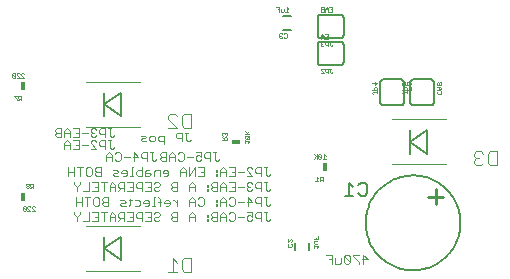
<source format=gbo>
G75*
G70*
%OFA0B0*%
%FSLAX24Y24*%
%IPPOS*%
%LPD*%
%AMOC8*
5,1,8,0,0,1.08239X$1,22.5*
%
%ADD10C,0.0030*%
%ADD11C,0.0040*%
%ADD12C,0.0080*%
%ADD13C,0.0010*%
%ADD14C,0.0060*%
%ADD15R,0.0180X0.0300*%
%ADD16R,0.0300X0.0180*%
%ADD17C,0.0100*%
%ADD18C,0.0070*%
D10*
X002855Y002621D02*
X002855Y002766D01*
X002758Y002863D01*
X002758Y002911D01*
X002855Y002766D02*
X002951Y002863D01*
X002951Y002911D01*
X003000Y003121D02*
X003000Y003411D01*
X003102Y003411D02*
X003295Y003411D01*
X003198Y003411D02*
X003198Y003121D01*
X003396Y003169D02*
X003396Y003363D01*
X003445Y003411D01*
X003541Y003411D01*
X003590Y003363D01*
X003590Y003169D01*
X003541Y003121D01*
X003445Y003121D01*
X003396Y003169D01*
X003691Y003169D02*
X003739Y003121D01*
X003884Y003121D01*
X003884Y003411D01*
X003739Y003411D01*
X003691Y003363D01*
X003691Y003314D01*
X003739Y003266D01*
X003884Y003266D01*
X003739Y003266D02*
X003691Y003218D01*
X003691Y003169D01*
X003739Y002911D02*
X003739Y002621D01*
X003936Y002621D02*
X003936Y002814D01*
X004033Y002911D01*
X004130Y002814D01*
X004130Y002621D01*
X004231Y002621D02*
X004328Y002718D01*
X004279Y002718D02*
X004425Y002718D01*
X004425Y002621D02*
X004425Y002911D01*
X004279Y002911D01*
X004231Y002863D01*
X004231Y002766D01*
X004279Y002718D01*
X004130Y002766D02*
X003936Y002766D01*
X003835Y002911D02*
X003642Y002911D01*
X003541Y002911D02*
X003541Y002621D01*
X003347Y002621D01*
X003246Y002621D02*
X003052Y002621D01*
X003246Y002621D02*
X003246Y002911D01*
X003347Y002911D02*
X003541Y002911D01*
X003541Y002766D02*
X003444Y002766D01*
X002807Y003121D02*
X002807Y003411D01*
X002807Y003266D02*
X003000Y003266D01*
X003052Y003621D02*
X003246Y003621D01*
X003246Y003911D01*
X003347Y003911D02*
X003541Y003911D01*
X003541Y003621D01*
X003347Y003621D01*
X003444Y003766D02*
X003541Y003766D01*
X003739Y003621D02*
X003739Y003911D01*
X003835Y003911D02*
X003642Y003911D01*
X003936Y003814D02*
X003936Y003621D01*
X003936Y003766D02*
X004130Y003766D01*
X004130Y003814D02*
X004130Y003621D01*
X004231Y003621D02*
X004328Y003718D01*
X004279Y003718D02*
X004425Y003718D01*
X004425Y003621D02*
X004425Y003911D01*
X004279Y003911D01*
X004231Y003863D01*
X004231Y003766D01*
X004279Y003718D01*
X004130Y003814D02*
X004033Y003911D01*
X003936Y003814D01*
X004083Y004121D02*
X004035Y004169D01*
X004083Y004218D01*
X004180Y004218D01*
X004228Y004266D01*
X004180Y004314D01*
X004035Y004314D01*
X004083Y004121D02*
X004228Y004121D01*
X004329Y004218D02*
X004523Y004218D01*
X004523Y004266D02*
X004474Y004314D01*
X004378Y004314D01*
X004329Y004266D01*
X004329Y004218D01*
X004378Y004121D02*
X004474Y004121D01*
X004523Y004169D01*
X004523Y004266D01*
X004622Y004121D02*
X004719Y004121D01*
X004671Y004121D02*
X004671Y004411D01*
X004719Y004411D01*
X004820Y004266D02*
X004869Y004314D01*
X005014Y004314D01*
X005014Y004411D02*
X005014Y004121D01*
X004869Y004121D01*
X004820Y004169D01*
X004820Y004266D01*
X005115Y004266D02*
X005115Y004121D01*
X005260Y004121D01*
X005308Y004169D01*
X005260Y004218D01*
X005115Y004218D01*
X005115Y004266D02*
X005163Y004314D01*
X005260Y004314D01*
X005410Y004266D02*
X005410Y004121D01*
X005410Y004266D02*
X005458Y004314D01*
X005603Y004314D01*
X005603Y004121D01*
X005704Y004218D02*
X005898Y004218D01*
X005898Y004266D02*
X005849Y004314D01*
X005753Y004314D01*
X005704Y004266D01*
X005704Y004218D01*
X005753Y004121D02*
X005849Y004121D01*
X005898Y004169D01*
X005898Y004266D01*
X006294Y004266D02*
X006487Y004266D01*
X006487Y004314D02*
X006390Y004411D01*
X006294Y004314D01*
X006294Y004121D01*
X006487Y004121D02*
X006487Y004314D01*
X006588Y004411D02*
X006588Y004121D01*
X006782Y004411D01*
X006782Y004121D01*
X006883Y004121D02*
X007076Y004121D01*
X007076Y004411D01*
X006883Y004411D01*
X006980Y004266D02*
X007076Y004266D01*
X007470Y004266D02*
X007518Y004266D01*
X007518Y004314D01*
X007470Y004314D01*
X007470Y004266D01*
X007470Y004169D02*
X007470Y004121D01*
X007518Y004121D01*
X007518Y004169D01*
X007470Y004169D01*
X007619Y004121D02*
X007619Y004314D01*
X007716Y004411D01*
X007813Y004314D01*
X007813Y004121D01*
X007914Y004121D02*
X008108Y004121D01*
X008108Y004411D01*
X007914Y004411D01*
X008011Y004266D02*
X008108Y004266D01*
X008209Y004266D02*
X008402Y004266D01*
X008503Y004314D02*
X008503Y004363D01*
X008552Y004411D01*
X008649Y004411D01*
X008697Y004363D01*
X008798Y004363D02*
X008798Y004266D01*
X008846Y004218D01*
X008992Y004218D01*
X008992Y004121D02*
X008992Y004411D01*
X008846Y004411D01*
X008798Y004363D01*
X008697Y004121D02*
X008503Y004314D01*
X008503Y004121D02*
X008697Y004121D01*
X008649Y003911D02*
X008552Y003911D01*
X008503Y003863D01*
X008503Y003814D01*
X008552Y003766D01*
X008503Y003718D01*
X008503Y003669D01*
X008552Y003621D01*
X008649Y003621D01*
X008697Y003669D01*
X008600Y003766D02*
X008552Y003766D01*
X008402Y003766D02*
X008209Y003766D01*
X008108Y003766D02*
X008011Y003766D01*
X008108Y003621D02*
X007914Y003621D01*
X007813Y003621D02*
X007813Y003814D01*
X007716Y003911D01*
X007619Y003814D01*
X007619Y003621D01*
X007518Y003621D02*
X007373Y003621D01*
X007325Y003669D01*
X007325Y003718D01*
X007373Y003766D01*
X007518Y003766D01*
X007619Y003766D02*
X007813Y003766D01*
X007914Y003911D02*
X008108Y003911D01*
X008108Y003621D01*
X008059Y003411D02*
X008108Y003363D01*
X008108Y003169D01*
X008059Y003121D01*
X007962Y003121D01*
X007914Y003169D01*
X007813Y003121D02*
X007813Y003314D01*
X007716Y003411D01*
X007619Y003314D01*
X007619Y003121D01*
X007518Y003121D02*
X007518Y003169D01*
X007470Y003169D01*
X007470Y003121D01*
X007518Y003121D01*
X007518Y003266D02*
X007518Y003314D01*
X007470Y003314D01*
X007470Y003266D01*
X007518Y003266D01*
X007619Y003266D02*
X007813Y003266D01*
X007914Y003363D02*
X007962Y003411D01*
X008059Y003411D01*
X008209Y003266D02*
X008402Y003266D01*
X008503Y003266D02*
X008697Y003266D01*
X008552Y003411D01*
X008552Y003121D01*
X008503Y002911D02*
X008697Y002911D01*
X008697Y002766D01*
X008600Y002814D01*
X008552Y002814D01*
X008503Y002766D01*
X008503Y002669D01*
X008552Y002621D01*
X008649Y002621D01*
X008697Y002669D01*
X008798Y002766D02*
X008846Y002718D01*
X008992Y002718D01*
X008992Y002621D02*
X008992Y002911D01*
X008846Y002911D01*
X008798Y002863D01*
X008798Y002766D01*
X009093Y002911D02*
X009189Y002911D01*
X009141Y002911D02*
X009141Y002669D01*
X009189Y002621D01*
X009238Y002621D01*
X009286Y002669D01*
X009238Y003121D02*
X009189Y003121D01*
X009141Y003169D01*
X009141Y003411D01*
X009189Y003411D02*
X009093Y003411D01*
X008992Y003411D02*
X008846Y003411D01*
X008798Y003363D01*
X008798Y003266D01*
X008846Y003218D01*
X008992Y003218D01*
X008992Y003121D02*
X008992Y003411D01*
X008992Y003621D02*
X008992Y003911D01*
X008846Y003911D01*
X008798Y003863D01*
X008798Y003766D01*
X008846Y003718D01*
X008992Y003718D01*
X009141Y003669D02*
X009141Y003911D01*
X009189Y003911D02*
X009093Y003911D01*
X009189Y004121D02*
X009141Y004169D01*
X009141Y004411D01*
X009189Y004411D02*
X009093Y004411D01*
X009189Y004121D02*
X009238Y004121D01*
X009286Y004169D01*
X008697Y003863D02*
X008649Y003911D01*
X009141Y003669D02*
X009189Y003621D01*
X009238Y003621D01*
X009286Y003669D01*
X009286Y003169D02*
X009238Y003121D01*
X008402Y002766D02*
X008209Y002766D01*
X008108Y002669D02*
X008059Y002621D01*
X007962Y002621D01*
X007914Y002669D01*
X007813Y002621D02*
X007813Y002814D01*
X007716Y002911D01*
X007619Y002814D01*
X007619Y002621D01*
X007518Y002621D02*
X007373Y002621D01*
X007325Y002669D01*
X007325Y002718D01*
X007373Y002766D01*
X007518Y002766D01*
X007619Y002766D02*
X007813Y002766D01*
X007914Y002863D02*
X007962Y002911D01*
X008059Y002911D01*
X008108Y002863D01*
X008108Y002669D01*
X007518Y002621D02*
X007518Y002911D01*
X007373Y002911D01*
X007325Y002863D01*
X007325Y002814D01*
X007373Y002766D01*
X007224Y002766D02*
X007224Y002814D01*
X007175Y002814D01*
X007175Y002766D01*
X007224Y002766D01*
X007224Y002669D02*
X007224Y002621D01*
X007175Y002621D01*
X007175Y002669D01*
X007224Y002669D01*
X006782Y002621D02*
X006782Y002814D01*
X006685Y002911D01*
X006588Y002814D01*
X006588Y002621D01*
X006588Y002766D02*
X006782Y002766D01*
X006782Y003121D02*
X006782Y003314D01*
X006685Y003411D01*
X006588Y003314D01*
X006588Y003121D01*
X006883Y003169D02*
X006931Y003121D01*
X007028Y003121D01*
X007076Y003169D01*
X007076Y003363D01*
X007028Y003411D01*
X006931Y003411D01*
X006883Y003363D01*
X006782Y003266D02*
X006588Y003266D01*
X006588Y003621D02*
X006588Y003814D01*
X006685Y003911D01*
X006782Y003814D01*
X006782Y003621D01*
X006782Y003766D02*
X006588Y003766D01*
X006192Y003766D02*
X006047Y003766D01*
X005999Y003718D01*
X005999Y003669D01*
X006047Y003621D01*
X006192Y003621D01*
X006192Y003911D01*
X006047Y003911D01*
X005999Y003863D01*
X005999Y003814D01*
X006047Y003766D01*
X005603Y003814D02*
X005555Y003766D01*
X005458Y003766D01*
X005410Y003718D01*
X005410Y003669D01*
X005458Y003621D01*
X005555Y003621D01*
X005603Y003669D01*
X005308Y003621D02*
X005115Y003621D01*
X005014Y003621D02*
X005014Y003911D01*
X004869Y003911D01*
X004820Y003863D01*
X004820Y003766D01*
X004869Y003718D01*
X005014Y003718D01*
X005212Y003766D02*
X005308Y003766D01*
X005410Y003863D02*
X005458Y003911D01*
X005555Y003911D01*
X005603Y003863D01*
X005603Y003814D01*
X005308Y003911D02*
X005308Y003621D01*
X005407Y003411D02*
X005407Y003121D01*
X005359Y003121D02*
X005456Y003121D01*
X005604Y003121D02*
X005604Y003363D01*
X005556Y003411D01*
X005456Y003411D02*
X005407Y003411D01*
X005259Y003266D02*
X005211Y003314D01*
X005114Y003314D01*
X005066Y003266D01*
X005066Y003218D01*
X005259Y003218D01*
X005259Y003266D02*
X005259Y003169D01*
X005211Y003121D01*
X005114Y003121D01*
X004965Y003169D02*
X004916Y003121D01*
X004771Y003121D01*
X004622Y003169D02*
X004573Y003121D01*
X004622Y003169D02*
X004622Y003363D01*
X004670Y003314D02*
X004573Y003314D01*
X004474Y003266D02*
X004425Y003218D01*
X004329Y003218D01*
X004280Y003169D01*
X004329Y003121D01*
X004474Y003121D01*
X004474Y003266D02*
X004425Y003314D01*
X004280Y003314D01*
X004526Y003621D02*
X004719Y003621D01*
X004719Y003911D01*
X004526Y003911D01*
X004622Y003766D02*
X004719Y003766D01*
X005115Y003911D02*
X005308Y003911D01*
X005556Y003266D02*
X005652Y003266D01*
X005753Y003266D02*
X005753Y003218D01*
X005947Y003218D01*
X005947Y003266D02*
X005947Y003169D01*
X005899Y003121D01*
X005802Y003121D01*
X005753Y003266D02*
X005802Y003314D01*
X005899Y003314D01*
X005947Y003266D01*
X006047Y003314D02*
X006096Y003314D01*
X006192Y003218D01*
X006192Y003314D02*
X006192Y003121D01*
X006192Y002911D02*
X006047Y002911D01*
X005999Y002863D01*
X005999Y002814D01*
X006047Y002766D01*
X006192Y002766D01*
X006047Y002766D02*
X005999Y002718D01*
X005999Y002669D01*
X006047Y002621D01*
X006192Y002621D01*
X006192Y002911D01*
X005603Y002863D02*
X005603Y002814D01*
X005555Y002766D01*
X005458Y002766D01*
X005410Y002718D01*
X005410Y002669D01*
X005458Y002621D01*
X005555Y002621D01*
X005603Y002669D01*
X005308Y002621D02*
X005115Y002621D01*
X005014Y002621D02*
X005014Y002911D01*
X004869Y002911D01*
X004820Y002863D01*
X004820Y002766D01*
X004869Y002718D01*
X005014Y002718D01*
X005212Y002766D02*
X005308Y002766D01*
X005410Y002863D02*
X005458Y002911D01*
X005555Y002911D01*
X005603Y002863D01*
X005308Y002911D02*
X005308Y002621D01*
X005308Y002911D02*
X005115Y002911D01*
X004719Y002911D02*
X004719Y002621D01*
X004526Y002621D01*
X004622Y002766D02*
X004719Y002766D01*
X004719Y002911D02*
X004526Y002911D01*
X004965Y003169D02*
X004965Y003266D01*
X004916Y003314D01*
X004771Y003314D01*
X003639Y004121D02*
X003494Y004121D01*
X003445Y004169D01*
X003445Y004218D01*
X003494Y004266D01*
X003639Y004266D01*
X003639Y004121D02*
X003639Y004411D01*
X003494Y004411D01*
X003445Y004363D01*
X003445Y004314D01*
X003494Y004266D01*
X003344Y004169D02*
X003296Y004121D01*
X003199Y004121D01*
X003151Y004169D01*
X003151Y004363D01*
X003199Y004411D01*
X003296Y004411D01*
X003344Y004363D01*
X003344Y004169D01*
X003050Y004411D02*
X002856Y004411D01*
X002953Y004411D02*
X002953Y004121D01*
X002755Y004121D02*
X002755Y004411D01*
X002755Y004266D02*
X002561Y004266D01*
X002561Y004411D02*
X002561Y004121D01*
X002758Y003911D02*
X002758Y003863D01*
X002855Y003766D01*
X002855Y003621D01*
X002855Y003766D02*
X002951Y003863D01*
X002951Y003911D01*
X003819Y004621D02*
X003819Y004814D01*
X003916Y004911D01*
X004013Y004814D01*
X004013Y004621D01*
X004114Y004669D02*
X004162Y004621D01*
X004259Y004621D01*
X004308Y004669D01*
X004308Y004863D01*
X004259Y004911D01*
X004162Y004911D01*
X004114Y004863D01*
X004013Y004766D02*
X003819Y004766D01*
X003792Y005021D02*
X003792Y005311D01*
X003646Y005311D01*
X003598Y005263D01*
X003598Y005166D01*
X003646Y005118D01*
X003792Y005118D01*
X003941Y005069D02*
X003941Y005311D01*
X003989Y005311D02*
X003893Y005311D01*
X003989Y005421D02*
X003941Y005469D01*
X003941Y005711D01*
X003989Y005711D02*
X003893Y005711D01*
X003792Y005711D02*
X003646Y005711D01*
X003598Y005663D01*
X003598Y005566D01*
X003646Y005518D01*
X003792Y005518D01*
X003792Y005421D02*
X003792Y005711D01*
X003497Y005663D02*
X003449Y005711D01*
X003352Y005711D01*
X003303Y005663D01*
X003303Y005614D01*
X003352Y005566D01*
X003303Y005518D01*
X003303Y005469D01*
X003352Y005421D01*
X003449Y005421D01*
X003497Y005469D01*
X003400Y005566D02*
X003352Y005566D01*
X003202Y005566D02*
X003009Y005566D01*
X002908Y005566D02*
X002811Y005566D01*
X002908Y005421D02*
X002714Y005421D01*
X002613Y005421D02*
X002613Y005614D01*
X002516Y005711D01*
X002419Y005614D01*
X002419Y005421D01*
X002318Y005421D02*
X002173Y005421D01*
X002125Y005469D01*
X002125Y005518D01*
X002173Y005566D01*
X002318Y005566D01*
X002419Y005566D02*
X002613Y005566D01*
X002318Y005421D02*
X002318Y005711D01*
X002173Y005711D01*
X002125Y005663D01*
X002125Y005614D01*
X002173Y005566D01*
X002516Y005311D02*
X002419Y005214D01*
X002419Y005021D01*
X002613Y005021D02*
X002613Y005214D01*
X002516Y005311D01*
X002613Y005166D02*
X002419Y005166D01*
X002714Y005021D02*
X002908Y005021D01*
X002908Y005311D01*
X002714Y005311D01*
X002811Y005166D02*
X002908Y005166D01*
X003009Y005166D02*
X003202Y005166D01*
X003303Y005214D02*
X003303Y005263D01*
X003352Y005311D01*
X003449Y005311D01*
X003497Y005263D01*
X003303Y005214D02*
X003497Y005021D01*
X003303Y005021D01*
X003941Y005069D02*
X003989Y005021D01*
X004038Y005021D01*
X004086Y005069D01*
X004038Y005421D02*
X003989Y005421D01*
X004038Y005421D02*
X004086Y005469D01*
X004752Y004911D02*
X004897Y004766D01*
X004703Y004766D01*
X004602Y004766D02*
X004409Y004766D01*
X004752Y004621D02*
X004752Y004911D01*
X004998Y004863D02*
X004998Y004766D01*
X005046Y004718D01*
X005192Y004718D01*
X005192Y004621D02*
X005192Y004911D01*
X005046Y004911D01*
X004998Y004863D01*
X005293Y004911D02*
X005389Y004911D01*
X005341Y004911D02*
X005341Y004669D01*
X005389Y004621D01*
X005438Y004621D01*
X005486Y004669D01*
X005625Y004669D02*
X005673Y004621D01*
X005818Y004621D01*
X005818Y004911D01*
X005673Y004911D01*
X005625Y004863D01*
X005625Y004814D01*
X005673Y004766D01*
X005818Y004766D01*
X005919Y004766D02*
X006113Y004766D01*
X006113Y004814D02*
X006016Y004911D01*
X005919Y004814D01*
X005919Y004621D01*
X006113Y004621D02*
X006113Y004814D01*
X006214Y004863D02*
X006262Y004911D01*
X006359Y004911D01*
X006408Y004863D01*
X006408Y004669D01*
X006359Y004621D01*
X006262Y004621D01*
X006214Y004669D01*
X006509Y004766D02*
X006702Y004766D01*
X006803Y004766D02*
X006803Y004669D01*
X006852Y004621D01*
X006949Y004621D01*
X006997Y004669D01*
X006997Y004766D02*
X006900Y004814D01*
X006852Y004814D01*
X006803Y004766D01*
X006803Y004911D02*
X006997Y004911D01*
X006997Y004766D01*
X007098Y004766D02*
X007146Y004718D01*
X007292Y004718D01*
X007292Y004621D02*
X007292Y004911D01*
X007146Y004911D01*
X007098Y004863D01*
X007098Y004766D01*
X007393Y004911D02*
X007489Y004911D01*
X007441Y004911D02*
X007441Y004669D01*
X007489Y004621D01*
X007538Y004621D01*
X007586Y004669D01*
X007619Y004266D02*
X007813Y004266D01*
X007518Y003911D02*
X007373Y003911D01*
X007325Y003863D01*
X007325Y003814D01*
X007373Y003766D01*
X007224Y003766D02*
X007224Y003814D01*
X007175Y003814D01*
X007175Y003766D01*
X007224Y003766D01*
X007224Y003669D02*
X007224Y003621D01*
X007175Y003621D01*
X007175Y003669D01*
X007224Y003669D01*
X007518Y003621D02*
X007518Y003911D01*
X005673Y004766D02*
X005625Y004718D01*
X005625Y004669D01*
X005752Y005174D02*
X005752Y005464D01*
X005607Y005464D01*
X005559Y005416D01*
X005559Y005319D01*
X005607Y005271D01*
X005752Y005271D01*
X005458Y005319D02*
X005458Y005416D01*
X005409Y005464D01*
X005312Y005464D01*
X005264Y005416D01*
X005264Y005319D01*
X005312Y005271D01*
X005409Y005271D01*
X005458Y005319D01*
X005163Y005271D02*
X005018Y005271D01*
X004969Y005319D01*
X005018Y005368D01*
X005115Y005368D01*
X005163Y005416D01*
X005115Y005464D01*
X004969Y005464D01*
X006148Y005416D02*
X006196Y005368D01*
X006342Y005368D01*
X006342Y005271D02*
X006342Y005561D01*
X006196Y005561D01*
X006148Y005513D01*
X006148Y005416D01*
X006443Y005561D02*
X006539Y005561D01*
X006491Y005561D02*
X006491Y005319D01*
X006539Y005271D01*
X006588Y005271D01*
X006636Y005319D01*
X002908Y005421D02*
X002908Y005711D01*
X002714Y005711D01*
X011164Y001486D02*
X011358Y001486D01*
X011358Y001196D01*
X011459Y001196D02*
X011459Y001389D01*
X011358Y001341D02*
X011261Y001341D01*
X011459Y001196D02*
X011604Y001196D01*
X011652Y001244D01*
X011652Y001389D01*
X011753Y001438D02*
X011802Y001486D01*
X011899Y001486D01*
X011947Y001438D01*
X011947Y001244D01*
X011753Y001438D01*
X011753Y001244D01*
X011802Y001196D01*
X011899Y001196D01*
X011947Y001244D01*
X012048Y001438D02*
X012242Y001244D01*
X012242Y001196D01*
X012391Y001196D02*
X012391Y001486D01*
X012536Y001341D01*
X012343Y001341D01*
X012048Y001438D02*
X012048Y001486D01*
X012242Y001486D01*
D11*
X004941Y000956D02*
X003161Y000956D01*
X003161Y002456D02*
X004941Y002456D01*
X006038Y001386D02*
X006038Y000926D01*
X005885Y000926D02*
X006192Y000926D01*
X006345Y001003D02*
X006345Y001310D01*
X006422Y001386D01*
X006652Y001386D01*
X006652Y000926D01*
X006422Y000926D01*
X006345Y001003D01*
X006192Y001233D02*
X006038Y001386D01*
X013361Y004506D02*
X015141Y004506D01*
X016085Y004553D02*
X016161Y004476D01*
X016315Y004476D01*
X016392Y004553D01*
X016545Y004553D02*
X016545Y004860D01*
X016622Y004936D01*
X016852Y004936D01*
X016852Y004476D01*
X016622Y004476D01*
X016545Y004553D01*
X016238Y004706D02*
X016161Y004706D01*
X016085Y004629D01*
X016085Y004553D01*
X016161Y004706D02*
X016085Y004783D01*
X016085Y004860D01*
X016161Y004936D01*
X016315Y004936D01*
X016392Y004860D01*
X015141Y006006D02*
X013361Y006006D01*
X006652Y006186D02*
X006652Y005726D01*
X006422Y005726D01*
X006345Y005803D01*
X006345Y006110D01*
X006422Y006186D01*
X006652Y006186D01*
X006192Y006110D02*
X006115Y006186D01*
X005961Y006186D01*
X005885Y006110D01*
X005885Y006033D01*
X006192Y005726D01*
X005885Y005726D01*
X004941Y005756D02*
X003161Y005756D01*
X003161Y007256D02*
X004941Y007256D01*
D12*
X004304Y006900D02*
X004304Y006112D01*
X003764Y006506D01*
X004304Y006900D01*
X003764Y006900D02*
X003764Y006112D01*
X003764Y002100D02*
X003764Y001312D01*
X003764Y001706D02*
X004304Y001312D01*
X004304Y002100D01*
X003764Y001706D01*
X012470Y002556D02*
X012472Y002635D01*
X012478Y002715D01*
X012488Y002794D01*
X012502Y002872D01*
X012520Y002949D01*
X012541Y003026D01*
X012567Y003101D01*
X012596Y003175D01*
X012629Y003247D01*
X012666Y003318D01*
X012706Y003386D01*
X012749Y003453D01*
X012796Y003517D01*
X012846Y003579D01*
X012899Y003638D01*
X012954Y003695D01*
X013013Y003748D01*
X013074Y003799D01*
X013138Y003847D01*
X013204Y003891D01*
X013272Y003932D01*
X013342Y003969D01*
X013414Y004003D01*
X013488Y004033D01*
X013562Y004060D01*
X013639Y004082D01*
X013716Y004101D01*
X013794Y004116D01*
X013873Y004127D01*
X013952Y004134D01*
X014031Y004137D01*
X014111Y004136D01*
X014190Y004131D01*
X014269Y004122D01*
X014347Y004109D01*
X014425Y004092D01*
X014502Y004071D01*
X014577Y004047D01*
X014651Y004019D01*
X014724Y003987D01*
X014795Y003951D01*
X014864Y003912D01*
X014931Y003869D01*
X014996Y003823D01*
X015059Y003774D01*
X015119Y003722D01*
X015176Y003667D01*
X015230Y003609D01*
X015282Y003548D01*
X015330Y003485D01*
X015375Y003420D01*
X015417Y003352D01*
X015455Y003283D01*
X015490Y003211D01*
X015521Y003138D01*
X015548Y003063D01*
X015572Y002988D01*
X015592Y002911D01*
X015608Y002833D01*
X015620Y002754D01*
X015628Y002675D01*
X015632Y002596D01*
X015632Y002516D01*
X015628Y002437D01*
X015620Y002358D01*
X015608Y002279D01*
X015592Y002201D01*
X015572Y002124D01*
X015548Y002049D01*
X015521Y001974D01*
X015490Y001901D01*
X015455Y001829D01*
X015417Y001760D01*
X015375Y001692D01*
X015330Y001627D01*
X015282Y001564D01*
X015230Y001503D01*
X015176Y001445D01*
X015119Y001390D01*
X015059Y001338D01*
X014996Y001289D01*
X014931Y001243D01*
X014864Y001200D01*
X014795Y001161D01*
X014724Y001125D01*
X014651Y001093D01*
X014577Y001065D01*
X014502Y001041D01*
X014425Y001020D01*
X014347Y001003D01*
X014269Y000990D01*
X014190Y000981D01*
X014111Y000976D01*
X014031Y000975D01*
X013952Y000978D01*
X013873Y000985D01*
X013794Y000996D01*
X013716Y001011D01*
X013639Y001030D01*
X013562Y001052D01*
X013488Y001079D01*
X013414Y001109D01*
X013342Y001143D01*
X013272Y001180D01*
X013204Y001221D01*
X013138Y001265D01*
X013074Y001313D01*
X013013Y001364D01*
X012954Y001417D01*
X012899Y001474D01*
X012846Y001533D01*
X012796Y001595D01*
X012749Y001659D01*
X012706Y001726D01*
X012666Y001794D01*
X012629Y001865D01*
X012596Y001937D01*
X012567Y002011D01*
X012541Y002086D01*
X012520Y002163D01*
X012502Y002240D01*
X012488Y002318D01*
X012478Y002397D01*
X012472Y002477D01*
X012470Y002556D01*
X013964Y004862D02*
X013964Y005650D01*
X013964Y005256D02*
X014504Y005650D01*
X014504Y004862D01*
X013964Y005256D01*
D13*
X013721Y006843D02*
X013696Y006868D01*
X013696Y006893D01*
X013721Y006918D01*
X013846Y006918D01*
X013846Y006893D02*
X013846Y006943D01*
X013846Y006990D02*
X013696Y006990D01*
X013746Y006990D02*
X013746Y007065D01*
X013771Y007090D01*
X013821Y007090D01*
X013846Y007065D01*
X013871Y007090D01*
X013846Y007065D02*
X013846Y006990D01*
X013846Y007015D02*
X013846Y007065D01*
X013846Y007015D02*
X013871Y006990D01*
X013971Y006990D01*
X013996Y007015D01*
X013996Y007065D01*
X013971Y007090D01*
X013946Y007138D02*
X013996Y007188D01*
X013946Y007238D01*
X013846Y007238D01*
X013846Y007138D01*
X013946Y007138D01*
X013921Y007138D02*
X013921Y007238D01*
X013846Y007138D02*
X013771Y007138D01*
X013796Y007188D01*
X013796Y007213D01*
X013771Y007238D01*
X013721Y007238D01*
X013696Y007213D01*
X013696Y007163D01*
X013721Y007138D01*
X012846Y007065D02*
X012846Y006990D01*
X012696Y006990D01*
X012746Y006990D02*
X012746Y007065D01*
X012771Y007090D01*
X012821Y007090D01*
X012846Y007065D01*
X012771Y007138D02*
X012771Y007238D01*
X012696Y007213D02*
X012846Y007213D01*
X012771Y007138D01*
X012846Y006943D02*
X012846Y006893D01*
X012846Y006918D02*
X012721Y006918D01*
X012696Y006893D01*
X012696Y006868D01*
X012721Y006843D01*
X011364Y007576D02*
X011339Y007551D01*
X011314Y007551D01*
X011289Y007576D01*
X011289Y007701D01*
X011314Y007701D02*
X011264Y007701D01*
X011217Y007701D02*
X011142Y007701D01*
X011117Y007676D01*
X011117Y007626D01*
X011142Y007601D01*
X011217Y007601D01*
X011217Y007551D02*
X011217Y007701D01*
X011070Y007676D02*
X011045Y007701D01*
X010995Y007701D01*
X010969Y007676D01*
X010969Y007651D01*
X011070Y007551D01*
X010969Y007551D01*
X010995Y008451D02*
X011045Y008451D01*
X011070Y008476D01*
X011117Y008526D02*
X011117Y008576D01*
X011142Y008601D01*
X011217Y008601D01*
X011217Y008451D01*
X011217Y008501D02*
X011142Y008501D01*
X011117Y008526D01*
X011070Y008576D02*
X011045Y008601D01*
X010995Y008601D01*
X010969Y008576D01*
X010969Y008551D01*
X010995Y008526D01*
X010969Y008501D01*
X010969Y008476D01*
X010995Y008451D01*
X010995Y008526D02*
X011020Y008526D01*
X011264Y008601D02*
X011314Y008601D01*
X011289Y008601D02*
X011289Y008476D01*
X011314Y008451D01*
X011339Y008451D01*
X011364Y008476D01*
X011217Y008701D02*
X011117Y008701D01*
X011070Y008701D02*
X011070Y008801D01*
X011020Y008851D01*
X010969Y008801D01*
X010969Y008701D01*
X010969Y008776D02*
X011070Y008776D01*
X011117Y008851D02*
X011217Y008851D01*
X011217Y008701D01*
X011217Y008776D02*
X011167Y008776D01*
X009841Y008751D02*
X009816Y008726D01*
X009766Y008726D01*
X009741Y008751D01*
X009694Y008751D02*
X009669Y008726D01*
X009618Y008726D01*
X009593Y008751D01*
X009593Y008776D01*
X009618Y008801D01*
X009643Y008801D01*
X009618Y008801D02*
X009593Y008826D01*
X009593Y008851D01*
X009618Y008876D01*
X009669Y008876D01*
X009694Y008851D01*
X009741Y008851D02*
X009766Y008876D01*
X009816Y008876D01*
X009841Y008851D01*
X009841Y008751D01*
X009838Y009601D02*
X009838Y009751D01*
X009888Y009701D01*
X009888Y009601D02*
X009788Y009601D01*
X009741Y009626D02*
X009741Y009701D01*
X009741Y009626D02*
X009716Y009601D01*
X009641Y009601D01*
X009641Y009701D01*
X009594Y009676D02*
X009543Y009676D01*
X009594Y009751D02*
X009493Y009751D01*
X009594Y009751D02*
X009594Y009601D01*
X010969Y009626D02*
X010995Y009601D01*
X011070Y009601D01*
X011070Y009751D01*
X010995Y009751D01*
X010969Y009726D01*
X010969Y009701D01*
X010995Y009676D01*
X011070Y009676D01*
X011117Y009676D02*
X011217Y009676D01*
X011217Y009701D02*
X011217Y009601D01*
X011264Y009601D02*
X011364Y009601D01*
X011364Y009751D01*
X011264Y009751D01*
X011217Y009701D02*
X011167Y009751D01*
X011117Y009701D01*
X011117Y009601D01*
X010995Y009676D02*
X010969Y009651D01*
X010969Y009626D01*
X011314Y009676D02*
X011364Y009676D01*
X014846Y007213D02*
X014846Y007138D01*
X014996Y007138D01*
X014996Y007213D01*
X014971Y007238D01*
X014946Y007238D01*
X014921Y007213D01*
X014921Y007138D01*
X014921Y007090D02*
X014921Y006990D01*
X014946Y006990D02*
X014996Y007040D01*
X014946Y007090D01*
X014846Y007090D01*
X014846Y006990D02*
X014946Y006990D01*
X014971Y006943D02*
X014996Y006918D01*
X014996Y006868D01*
X014971Y006843D01*
X014871Y006843D01*
X014846Y006868D01*
X014846Y006918D01*
X014871Y006943D01*
X014846Y007213D02*
X014871Y007238D01*
X014896Y007238D01*
X014921Y007213D01*
X011138Y004801D02*
X011088Y004851D01*
X011088Y004701D01*
X011138Y004701D02*
X011038Y004701D01*
X010991Y004726D02*
X010891Y004826D01*
X010891Y004726D01*
X010916Y004701D01*
X010966Y004701D01*
X010991Y004726D01*
X010991Y004826D01*
X010966Y004851D01*
X010916Y004851D01*
X010891Y004826D01*
X010844Y004851D02*
X010844Y004701D01*
X010844Y004751D02*
X010743Y004851D01*
X010819Y004776D02*
X010743Y004701D01*
X010843Y004101D02*
X010843Y003951D01*
X010793Y003951D02*
X010894Y003951D01*
X010941Y003951D02*
X010991Y004001D01*
X010966Y004001D02*
X011041Y004001D01*
X011041Y003951D02*
X011041Y004101D01*
X010966Y004101D01*
X010941Y004076D01*
X010941Y004026D01*
X010966Y004001D01*
X010894Y004051D02*
X010843Y004101D01*
X008596Y005269D02*
X008446Y005269D01*
X008446Y005219D02*
X008446Y005319D01*
X008471Y005366D02*
X008446Y005391D01*
X008446Y005441D01*
X008471Y005466D01*
X008571Y005466D01*
X008471Y005366D01*
X008571Y005366D01*
X008596Y005391D01*
X008596Y005441D01*
X008571Y005466D01*
X008596Y005514D02*
X008446Y005514D01*
X008496Y005514D02*
X008596Y005614D01*
X008521Y005539D02*
X008446Y005614D01*
X008596Y005269D02*
X008546Y005219D01*
X007846Y005316D02*
X007846Y005391D01*
X007821Y005416D01*
X007771Y005416D01*
X007746Y005391D01*
X007746Y005316D01*
X007696Y005316D02*
X007846Y005316D01*
X007746Y005366D02*
X007696Y005416D01*
X007721Y005464D02*
X007696Y005489D01*
X007696Y005539D01*
X007721Y005564D01*
X007746Y005564D01*
X007771Y005539D01*
X007771Y005514D01*
X007771Y005539D02*
X007796Y005564D01*
X007821Y005564D01*
X007846Y005539D01*
X007846Y005489D01*
X007821Y005464D01*
X010896Y002114D02*
X010896Y002014D01*
X010746Y002014D01*
X010746Y001966D02*
X010846Y001966D01*
X010821Y002014D02*
X010821Y002064D01*
X010746Y001966D02*
X010746Y001891D01*
X010771Y001866D01*
X010846Y001866D01*
X010896Y001769D02*
X010746Y001769D01*
X010746Y001719D02*
X010746Y001819D01*
X010846Y001719D02*
X010896Y001769D01*
X010021Y001791D02*
X009996Y001766D01*
X009896Y001766D01*
X009871Y001791D01*
X009871Y001841D01*
X009896Y001866D01*
X009871Y001914D02*
X009971Y002014D01*
X009996Y002014D01*
X010021Y001989D01*
X010021Y001939D01*
X009996Y001914D01*
X009996Y001866D02*
X010021Y001841D01*
X010021Y001791D01*
X009871Y001914D02*
X009871Y002014D01*
X001446Y002961D02*
X001346Y003061D01*
X001346Y003086D01*
X001371Y003111D01*
X001421Y003111D01*
X001446Y003086D01*
X001446Y002961D02*
X001346Y002961D01*
X001299Y002961D02*
X001199Y003061D01*
X001199Y003086D01*
X001224Y003111D01*
X001274Y003111D01*
X001299Y003086D01*
X001299Y002961D02*
X001199Y002961D01*
X001152Y002986D02*
X001051Y003086D01*
X001051Y002986D01*
X001076Y002961D01*
X001127Y002961D01*
X001152Y002986D01*
X001152Y003086D01*
X001127Y003111D01*
X001076Y003111D01*
X001051Y003086D01*
X001174Y003711D02*
X001224Y003711D01*
X001249Y003736D01*
X001249Y003761D01*
X001224Y003786D01*
X001174Y003786D01*
X001149Y003761D01*
X001149Y003736D01*
X001174Y003711D01*
X001174Y003786D02*
X001149Y003811D01*
X001149Y003836D01*
X001174Y003861D01*
X001224Y003861D01*
X001249Y003836D01*
X001249Y003811D01*
X001224Y003786D01*
X001296Y003786D02*
X001321Y003761D01*
X001396Y003761D01*
X001346Y003761D02*
X001296Y003711D01*
X001296Y003786D02*
X001296Y003836D01*
X001321Y003861D01*
X001396Y003861D01*
X001396Y003711D01*
X000991Y006651D02*
X000991Y006801D01*
X000916Y006801D01*
X000891Y006776D01*
X000891Y006726D01*
X000916Y006701D01*
X000991Y006701D01*
X000941Y006701D02*
X000891Y006651D01*
X000844Y006651D02*
X000844Y006676D01*
X000743Y006776D01*
X000743Y006801D01*
X000844Y006801D01*
X000841Y007401D02*
X000941Y007401D01*
X000841Y007501D01*
X000841Y007526D01*
X000866Y007551D01*
X000916Y007551D01*
X000941Y007526D01*
X000988Y007526D02*
X001013Y007551D01*
X001063Y007551D01*
X001088Y007526D01*
X000988Y007526D02*
X000988Y007501D01*
X001088Y007401D01*
X000988Y007401D01*
X000794Y007426D02*
X000794Y007526D01*
X000769Y007551D01*
X000718Y007551D01*
X000693Y007526D01*
X000794Y007426D01*
X000769Y007401D01*
X000718Y007401D01*
X000693Y007426D01*
X000693Y007526D01*
D14*
X009733Y008970D02*
X009969Y008970D01*
X009969Y009442D02*
X009733Y009442D01*
X010868Y009401D02*
X010868Y008811D01*
X010867Y008810D02*
X010871Y008791D01*
X010877Y008774D01*
X010887Y008757D01*
X010899Y008743D01*
X010914Y008731D01*
X010930Y008721D01*
X010948Y008715D01*
X010967Y008711D01*
X010986Y008711D01*
X010986Y008712D02*
X011616Y008712D01*
X011616Y008711D02*
X011635Y008711D01*
X011654Y008715D01*
X011672Y008721D01*
X011688Y008731D01*
X011703Y008743D01*
X011715Y008757D01*
X011725Y008774D01*
X011731Y008791D01*
X011735Y008810D01*
X011734Y008811D02*
X011734Y009401D01*
X011735Y009401D02*
X011731Y009420D01*
X011725Y009437D01*
X011715Y009454D01*
X011703Y009468D01*
X011688Y009480D01*
X011672Y009490D01*
X011654Y009496D01*
X011635Y009500D01*
X011616Y009500D01*
X010986Y009500D01*
X010967Y009500D01*
X010948Y009496D01*
X010930Y009490D01*
X010914Y009480D01*
X010899Y009468D01*
X010887Y009454D01*
X010877Y009437D01*
X010871Y009419D01*
X010867Y009401D01*
X010986Y008600D02*
X011616Y008600D01*
X011635Y008600D01*
X011654Y008596D01*
X011672Y008590D01*
X011688Y008580D01*
X011703Y008568D01*
X011715Y008554D01*
X011725Y008537D01*
X011731Y008520D01*
X011735Y008501D01*
X011734Y008501D02*
X011734Y007911D01*
X011735Y007910D02*
X011731Y007891D01*
X011725Y007874D01*
X011715Y007857D01*
X011703Y007843D01*
X011688Y007831D01*
X011672Y007821D01*
X011654Y007815D01*
X011635Y007811D01*
X011616Y007811D01*
X011616Y007812D02*
X010986Y007812D01*
X010986Y007811D02*
X010967Y007811D01*
X010948Y007815D01*
X010930Y007821D01*
X010914Y007831D01*
X010899Y007843D01*
X010887Y007857D01*
X010877Y007874D01*
X010871Y007891D01*
X010867Y007910D01*
X010868Y007911D02*
X010868Y008501D01*
X010867Y008501D02*
X010871Y008519D01*
X010877Y008537D01*
X010887Y008554D01*
X010899Y008568D01*
X010914Y008580D01*
X010930Y008590D01*
X010948Y008596D01*
X010967Y008600D01*
X010986Y008600D01*
X013056Y007339D02*
X013646Y007339D01*
X013647Y007340D02*
X013665Y007336D01*
X013683Y007330D01*
X013700Y007320D01*
X013714Y007308D01*
X013727Y007293D01*
X013736Y007277D01*
X013742Y007259D01*
X013746Y007240D01*
X013746Y007221D01*
X013745Y007221D02*
X013745Y006591D01*
X013746Y006591D02*
X013746Y006572D01*
X013742Y006553D01*
X013736Y006535D01*
X013726Y006519D01*
X013714Y006504D01*
X013700Y006492D01*
X013683Y006482D01*
X013666Y006476D01*
X013647Y006472D01*
X013646Y006473D02*
X013056Y006473D01*
X013056Y006472D02*
X013037Y006476D01*
X013020Y006482D01*
X013003Y006492D01*
X012989Y006504D01*
X012977Y006519D01*
X012967Y006535D01*
X012961Y006553D01*
X012957Y006572D01*
X012957Y006591D01*
X012957Y007221D01*
X012957Y007240D01*
X012961Y007259D01*
X012967Y007277D01*
X012977Y007293D01*
X012989Y007308D01*
X013003Y007320D01*
X013020Y007330D01*
X013037Y007336D01*
X013056Y007340D01*
X013957Y007221D02*
X013957Y006591D01*
X013957Y006572D01*
X013961Y006553D01*
X013967Y006535D01*
X013977Y006519D01*
X013989Y006504D01*
X014003Y006492D01*
X014020Y006482D01*
X014037Y006476D01*
X014056Y006472D01*
X014056Y006473D02*
X014646Y006473D01*
X014647Y006472D02*
X014666Y006476D01*
X014683Y006482D01*
X014700Y006492D01*
X014714Y006504D01*
X014726Y006519D01*
X014736Y006535D01*
X014742Y006553D01*
X014746Y006572D01*
X014746Y006591D01*
X014745Y006591D02*
X014745Y007221D01*
X014746Y007221D02*
X014746Y007240D01*
X014742Y007259D01*
X014736Y007277D01*
X014727Y007293D01*
X014714Y007308D01*
X014700Y007320D01*
X014683Y007330D01*
X014665Y007336D01*
X014647Y007340D01*
X014646Y007339D02*
X014056Y007339D01*
X014056Y007340D02*
X014037Y007336D01*
X014020Y007330D01*
X014003Y007320D01*
X013989Y007308D01*
X013977Y007293D01*
X013967Y007277D01*
X013961Y007259D01*
X013957Y007240D01*
X013957Y007221D01*
X010587Y001874D02*
X010587Y001638D01*
X010115Y001638D02*
X010115Y001874D01*
D15*
X011101Y004406D03*
X001051Y003406D03*
X001051Y007106D03*
D16*
X008151Y005256D03*
D17*
X014551Y003431D02*
X015051Y003431D01*
X014801Y003681D02*
X014801Y003181D01*
D18*
X012516Y003538D02*
X012444Y003466D01*
X012301Y003466D01*
X012229Y003538D01*
X012056Y003466D02*
X011769Y003466D01*
X011912Y003466D02*
X011912Y003896D01*
X012056Y003753D01*
X012229Y003825D02*
X012301Y003896D01*
X012444Y003896D01*
X012516Y003825D01*
X012516Y003538D01*
M02*

</source>
